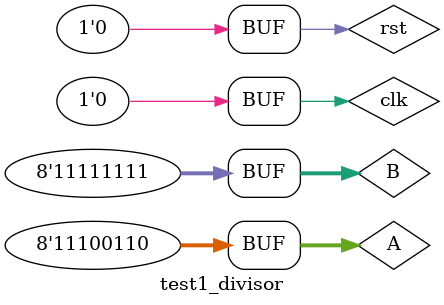
<source format=v>
`timescale 1ns / 1ps


module test1_divisor;

	// Inputs
	reg [7:0] A;
	reg [7:0] B;
	reg clk;
	reg rst;

	// Outputs
	wire [7:0] Cociente;
	wire [7:0] Residuo;

	// Instantiate the Unit Under Test (UUT)
	Divisor uut (
		.A(A), 
		.B(B), 
		.clk(clk), 
		.rst(rst), 
		.Cociente(Cociente), 
		.Residuo(Residuo)
	);

	initial begin
		// Initialize Inputs
		A = 0;
		B = 0;
		clk = 0;
		rst = 0;

		// Wait 100 ns for global reset to finish
		#100;
        
		// Add stimulus here
		
		A = 25;
		B = 1;
		clk = 0;
		rst = 0;
		#100;
		
		A = -26;
		B = -1;
		clk = 0;
		rst = 0;
		#100;

	end
      
endmodule


</source>
